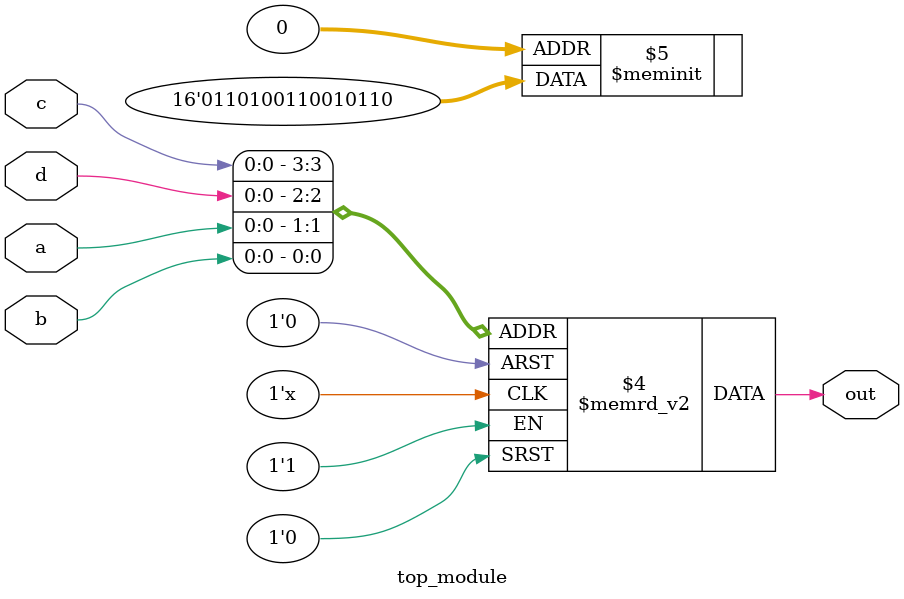
<source format=sv>
module top_module (
    input a, 
    input b,
    input c,
    input d,
    output reg out
);

    always @(*) begin
        case ({c, d, a, b})
            4'b0001, 4'b0010, 4'b0100, 4'b0111, 
            4'b1000, 4'b1011, 4'b1101, 4'b1110: out = 1;
            default: out = 0;
        endcase
    end
    
endmodule

</source>
